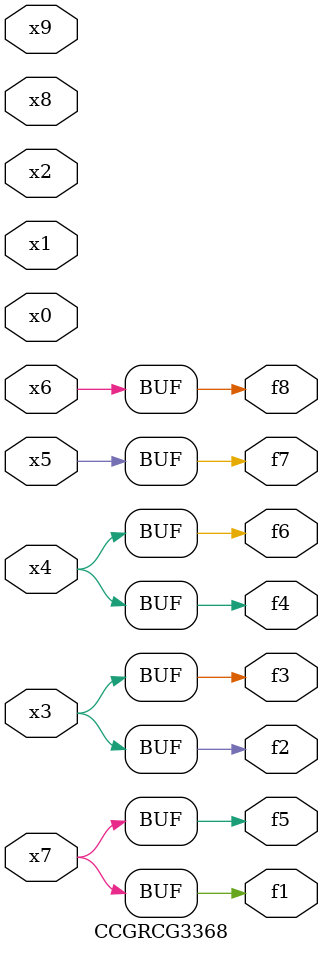
<source format=v>
module CCGRCG3368(
	input x0, x1, x2, x3, x4, x5, x6, x7, x8, x9,
	output f1, f2, f3, f4, f5, f6, f7, f8
);
	assign f1 = x7;
	assign f2 = x3;
	assign f3 = x3;
	assign f4 = x4;
	assign f5 = x7;
	assign f6 = x4;
	assign f7 = x5;
	assign f8 = x6;
endmodule

</source>
